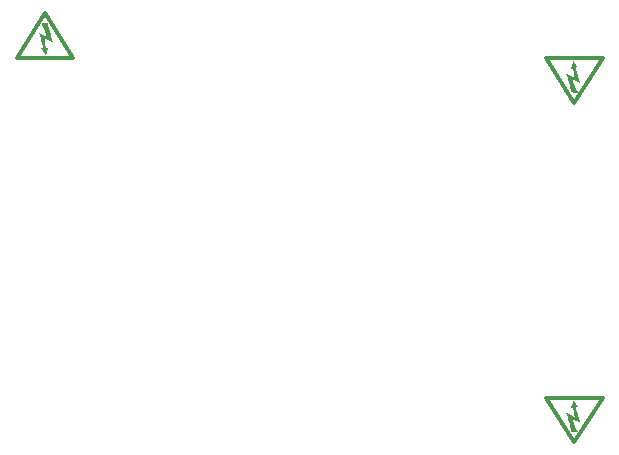
<source format=gbo>
G04 Layer: BottomSilkLayer*
G04 EasyEDA v6.4.20.6, 2021-07-30T13:21:48--3:00*
G04 b5d51b18a43e43a9a62da66a6b900804,9d841d54c62b4e4b873e3168cd68637e,10*
G04 Gerber Generator version 0.2*
G04 Scale: 100 percent, Rotated: No, Reflected: No *
G04 Dimensions in millimeters *
G04 leading zeros omitted , absolute positions ,4 integer and 5 decimal *
%FSLAX45Y45*%
%MOMM*%

%ADD10C,0.3000*%

%LPD*%
G36*
X5297932Y6578295D02*
G01*
X5297424Y6577279D01*
X5295900Y6569405D01*
X5295138Y6566865D01*
X5294630Y6563563D01*
X5293614Y6559499D01*
X5292852Y6555181D01*
X5283962Y6515049D01*
X5282438Y6506667D01*
X5283454Y6506921D01*
X5290058Y6514033D01*
X5294376Y6519113D01*
X5296662Y6521399D01*
X5297678Y6521907D01*
X5299964Y6507683D01*
X5300472Y6503365D01*
X5304028Y6481775D01*
X5305298Y6471615D01*
X5306060Y6467297D01*
X5306568Y6462725D01*
X5308346Y6452819D01*
X5311394Y6432499D01*
X5307330Y6434023D01*
X5296154Y6439611D01*
X5278628Y6448755D01*
X5244084Y6466027D01*
X5241798Y6466789D01*
X5241798Y6466027D01*
X5246624Y6447993D01*
X5250688Y6433769D01*
X5252466Y6426657D01*
X5257546Y6409131D01*
X5258308Y6405829D01*
X5259832Y6401257D01*
X5281930Y6321501D01*
X5282946Y6318453D01*
X5282946Y6317945D01*
X5285994Y6307785D01*
X5286502Y6306769D01*
X5287264Y6306515D01*
X5293868Y6306515D01*
X5297170Y6306261D01*
X5332222Y6306261D01*
X5336794Y6306515D01*
X5336794Y6307023D01*
X5329936Y6323279D01*
X5324856Y6334455D01*
X5307838Y6374587D01*
X5295900Y6404559D01*
X5295138Y6405829D01*
X5289550Y6421069D01*
X5303774Y6413957D01*
X5308092Y6411417D01*
X5355590Y6387541D01*
X5354066Y6393891D01*
X5353050Y6396939D01*
X5347716Y6416243D01*
X5345430Y6425387D01*
X5344160Y6429451D01*
X5342890Y6434531D01*
X5342636Y6434785D01*
X5337556Y6454343D01*
X5335270Y6461963D01*
X5332476Y6473139D01*
X5330190Y6481013D01*
X5326634Y6494729D01*
X5324856Y6500825D01*
X5322316Y6511493D01*
X5321046Y6515811D01*
X5319014Y6524701D01*
X5319014Y6526225D01*
X5319522Y6526225D01*
X5330698Y6521145D01*
X5336286Y6518859D01*
X5337810Y6518859D01*
X5336286Y6521907D01*
X5324094Y6539941D01*
X5323586Y6540957D01*
X5306822Y6565595D01*
X5304028Y6570167D01*
X5298948Y6577533D01*
G37*
G36*
X801878Y9767468D02*
G01*
X797306Y9767214D01*
X797306Y9766706D01*
X804164Y9750450D01*
X809244Y9739274D01*
X826262Y9699142D01*
X838200Y9669170D01*
X838962Y9667900D01*
X844550Y9652660D01*
X830326Y9659772D01*
X826008Y9662312D01*
X778510Y9686188D01*
X780034Y9679838D01*
X781050Y9676790D01*
X786384Y9657486D01*
X788670Y9648342D01*
X789940Y9644278D01*
X791210Y9639198D01*
X791464Y9638944D01*
X796544Y9619386D01*
X798830Y9611766D01*
X801624Y9600590D01*
X803910Y9592716D01*
X807466Y9579000D01*
X809244Y9572904D01*
X811784Y9562236D01*
X813053Y9557918D01*
X815086Y9549028D01*
X815086Y9547504D01*
X814578Y9547504D01*
X803402Y9552584D01*
X797814Y9554870D01*
X796290Y9554870D01*
X797814Y9551822D01*
X810006Y9533788D01*
X810514Y9532772D01*
X827278Y9508134D01*
X830071Y9503562D01*
X835152Y9496196D01*
X836168Y9495434D01*
X836676Y9496450D01*
X838200Y9504324D01*
X838962Y9506864D01*
X839469Y9510166D01*
X840486Y9514230D01*
X841248Y9518548D01*
X850137Y9558680D01*
X851662Y9567062D01*
X850646Y9566808D01*
X844042Y9559696D01*
X839724Y9554616D01*
X837437Y9552330D01*
X836421Y9551822D01*
X834136Y9566046D01*
X833628Y9570364D01*
X830071Y9591954D01*
X828802Y9602114D01*
X828040Y9606432D01*
X827532Y9611004D01*
X825753Y9620910D01*
X822706Y9641230D01*
X826769Y9639706D01*
X837946Y9634118D01*
X855471Y9624974D01*
X890016Y9607702D01*
X892302Y9606940D01*
X892302Y9607702D01*
X887476Y9625736D01*
X883412Y9639960D01*
X881634Y9647072D01*
X876553Y9664598D01*
X875792Y9667900D01*
X874268Y9672472D01*
X852169Y9752228D01*
X851153Y9755276D01*
X851153Y9755784D01*
X848106Y9765944D01*
X847598Y9766960D01*
X846836Y9767214D01*
X840232Y9767214D01*
X836930Y9767468D01*
G37*
G36*
X5297932Y9452965D02*
G01*
X5297424Y9451949D01*
X5295900Y9444075D01*
X5295138Y9441535D01*
X5294630Y9438233D01*
X5293614Y9434169D01*
X5292852Y9429851D01*
X5283962Y9389719D01*
X5282438Y9381337D01*
X5283454Y9381591D01*
X5290058Y9388703D01*
X5294376Y9393783D01*
X5296662Y9396069D01*
X5297678Y9396577D01*
X5299964Y9382353D01*
X5300472Y9378035D01*
X5304028Y9356445D01*
X5305298Y9346285D01*
X5306060Y9341967D01*
X5306568Y9337395D01*
X5308346Y9327489D01*
X5311394Y9307169D01*
X5307330Y9308693D01*
X5296154Y9314281D01*
X5278628Y9323425D01*
X5244084Y9340697D01*
X5241798Y9341459D01*
X5241798Y9340697D01*
X5246624Y9322663D01*
X5250688Y9308439D01*
X5252466Y9301327D01*
X5257546Y9283801D01*
X5258308Y9280499D01*
X5259832Y9275927D01*
X5281930Y9196171D01*
X5282946Y9193123D01*
X5282946Y9192615D01*
X5285994Y9182455D01*
X5286502Y9181439D01*
X5287264Y9181185D01*
X5293868Y9181185D01*
X5297170Y9180931D01*
X5332222Y9180931D01*
X5336794Y9181185D01*
X5336794Y9181693D01*
X5329936Y9197949D01*
X5324856Y9209125D01*
X5307838Y9249257D01*
X5295900Y9279229D01*
X5295138Y9280499D01*
X5289550Y9295739D01*
X5303774Y9288627D01*
X5308092Y9286087D01*
X5355590Y9262211D01*
X5354066Y9268561D01*
X5353050Y9271609D01*
X5347716Y9290913D01*
X5345430Y9300057D01*
X5344160Y9304121D01*
X5342890Y9309201D01*
X5342636Y9309455D01*
X5337556Y9329013D01*
X5335270Y9336633D01*
X5332476Y9347809D01*
X5330190Y9355683D01*
X5326634Y9369399D01*
X5324856Y9375495D01*
X5322316Y9386163D01*
X5321046Y9390481D01*
X5319014Y9399371D01*
X5319014Y9400895D01*
X5319522Y9400895D01*
X5330698Y9395815D01*
X5336286Y9393529D01*
X5337810Y9393529D01*
X5336286Y9396577D01*
X5324094Y9414611D01*
X5323586Y9415627D01*
X5306822Y9440265D01*
X5304028Y9444837D01*
X5298948Y9452203D01*
G37*
D10*
X5308589Y6218521D02*
G01*
X5068585Y6598518D01*
X5548586Y6598518D02*
G01*
X5068585Y6598518D01*
X5308465Y6218504D02*
G01*
X5548586Y6598518D01*
X825500Y9855200D02*
G01*
X1065504Y9475203D01*
X585503Y9475203D02*
G01*
X1065504Y9475203D01*
X825624Y9855217D02*
G01*
X585503Y9475203D01*
X5308600Y9093200D02*
G01*
X5068595Y9473196D01*
X5548596Y9473196D02*
G01*
X5068595Y9473196D01*
X5308475Y9093182D02*
G01*
X5548596Y9473196D01*
M02*

</source>
